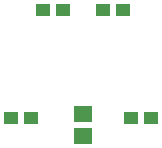
<source format=gbp>
G04*
G04 #@! TF.GenerationSoftware,Altium Limited,Altium Designer,21.6.1 (37)*
G04*
G04 Layer_Color=128*
%FSAX25Y25*%
%MOIN*%
G70*
G04*
G04 #@! TF.SameCoordinates,E0C0A44B-B62E-4E6E-ADDB-BB2CC36F5004*
G04*
G04*
G04 #@! TF.FilePolarity,Positive*
G04*
G01*
G75*
%ADD21R,0.04921X0.04331*%
%ADD83R,0.06260X0.05472*%
D21*
X0172362Y0284500D02*
D03*
X0165669D02*
D03*
X0182846Y0320500D02*
D03*
X0176154D02*
D03*
X0196153Y0320472D02*
D03*
X0202847D02*
D03*
X0205654Y0284500D02*
D03*
X0212347D02*
D03*
D83*
X0189500Y0286000D02*
D03*
Y0278480D02*
D03*
M02*

</source>
